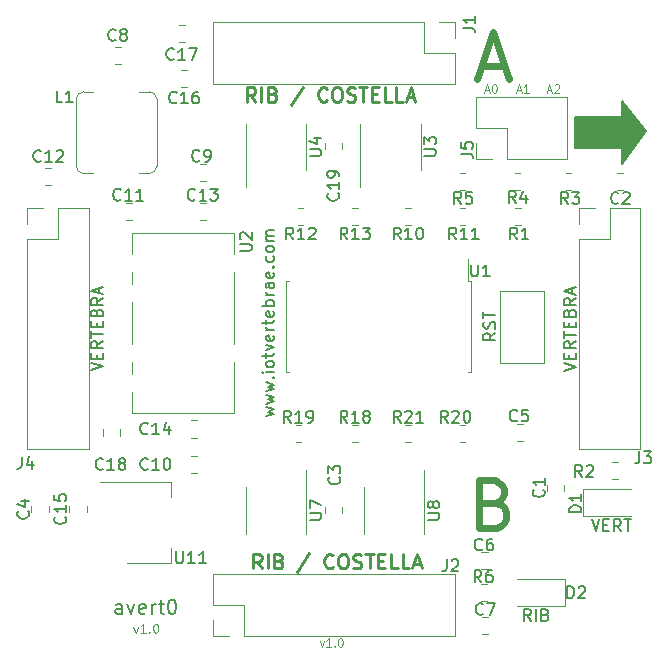
<source format=gbr>
%TF.GenerationSoftware,KiCad,Pcbnew,6.0.11+dfsg-1~bpo11+1*%
%TF.CreationDate,2023-04-06T12:14:25+02:00*%
%TF.ProjectId,avert_10,61766572-745f-4313-902e-6b696361645f,1.0*%
%TF.SameCoordinates,Original*%
%TF.FileFunction,Legend,Top*%
%TF.FilePolarity,Positive*%
%FSLAX46Y46*%
G04 Gerber Fmt 4.6, Leading zero omitted, Abs format (unit mm)*
G04 Created by KiCad (PCBNEW 6.0.11+dfsg-1~bpo11+1) date 2023-04-06 12:14:25*
%MOMM*%
%LPD*%
G01*
G04 APERTURE LIST*
%ADD10C,0.150000*%
%ADD11C,0.250000*%
%ADD12C,0.600000*%
%ADD13C,0.200000*%
%ADD14C,0.120000*%
%ADD15C,0.110000*%
G04 APERTURE END LIST*
D10*
G36*
X169400000Y-81800000D02*
G01*
X167400000Y-84600000D01*
X167400000Y-83200000D01*
X163400000Y-83200000D01*
X163400000Y-80600000D01*
X167400000Y-80600000D01*
X167400000Y-79200000D01*
X169400000Y-81800000D01*
G37*
X169400000Y-81800000D02*
X167400000Y-84600000D01*
X167400000Y-83200000D01*
X163400000Y-83200000D01*
X163400000Y-80600000D01*
X167400000Y-80600000D01*
X167400000Y-79200000D01*
X169400000Y-81800000D01*
X164833333Y-114652380D02*
X165166666Y-115652380D01*
X165500000Y-114652380D01*
X165833333Y-115128571D02*
X166166666Y-115128571D01*
X166309523Y-115652380D02*
X165833333Y-115652380D01*
X165833333Y-114652380D01*
X166309523Y-114652380D01*
X167309523Y-115652380D02*
X166976190Y-115176190D01*
X166738095Y-115652380D02*
X166738095Y-114652380D01*
X167119047Y-114652380D01*
X167214285Y-114700000D01*
X167261904Y-114747619D01*
X167309523Y-114842857D01*
X167309523Y-114985714D01*
X167261904Y-115080952D01*
X167214285Y-115128571D01*
X167119047Y-115176190D01*
X166738095Y-115176190D01*
X167595238Y-114652380D02*
X168166666Y-114652380D01*
X167880952Y-115652380D02*
X167880952Y-114652380D01*
D11*
X136367142Y-79272857D02*
X135967142Y-78701428D01*
X135681428Y-79272857D02*
X135681428Y-78072857D01*
X136138571Y-78072857D01*
X136252857Y-78130000D01*
X136310000Y-78187142D01*
X136367142Y-78301428D01*
X136367142Y-78472857D01*
X136310000Y-78587142D01*
X136252857Y-78644285D01*
X136138571Y-78701428D01*
X135681428Y-78701428D01*
X136881428Y-79272857D02*
X136881428Y-78072857D01*
X137852857Y-78644285D02*
X138024285Y-78701428D01*
X138081428Y-78758571D01*
X138138571Y-78872857D01*
X138138571Y-79044285D01*
X138081428Y-79158571D01*
X138024285Y-79215714D01*
X137910000Y-79272857D01*
X137452857Y-79272857D01*
X137452857Y-78072857D01*
X137852857Y-78072857D01*
X137967142Y-78130000D01*
X138024285Y-78187142D01*
X138081428Y-78301428D01*
X138081428Y-78415714D01*
X138024285Y-78530000D01*
X137967142Y-78587142D01*
X137852857Y-78644285D01*
X137452857Y-78644285D01*
X140424285Y-78015714D02*
X139395714Y-79558571D01*
X142424285Y-79158571D02*
X142367142Y-79215714D01*
X142195714Y-79272857D01*
X142081428Y-79272857D01*
X141910000Y-79215714D01*
X141795714Y-79101428D01*
X141738571Y-78987142D01*
X141681428Y-78758571D01*
X141681428Y-78587142D01*
X141738571Y-78358571D01*
X141795714Y-78244285D01*
X141910000Y-78130000D01*
X142081428Y-78072857D01*
X142195714Y-78072857D01*
X142367142Y-78130000D01*
X142424285Y-78187142D01*
X143167142Y-78072857D02*
X143395714Y-78072857D01*
X143510000Y-78130000D01*
X143624285Y-78244285D01*
X143681428Y-78472857D01*
X143681428Y-78872857D01*
X143624285Y-79101428D01*
X143510000Y-79215714D01*
X143395714Y-79272857D01*
X143167142Y-79272857D01*
X143052857Y-79215714D01*
X142938571Y-79101428D01*
X142881428Y-78872857D01*
X142881428Y-78472857D01*
X142938571Y-78244285D01*
X143052857Y-78130000D01*
X143167142Y-78072857D01*
X144138571Y-79215714D02*
X144310000Y-79272857D01*
X144595714Y-79272857D01*
X144710000Y-79215714D01*
X144767142Y-79158571D01*
X144824285Y-79044285D01*
X144824285Y-78930000D01*
X144767142Y-78815714D01*
X144710000Y-78758571D01*
X144595714Y-78701428D01*
X144367142Y-78644285D01*
X144252857Y-78587142D01*
X144195714Y-78530000D01*
X144138571Y-78415714D01*
X144138571Y-78301428D01*
X144195714Y-78187142D01*
X144252857Y-78130000D01*
X144367142Y-78072857D01*
X144652857Y-78072857D01*
X144824285Y-78130000D01*
X145167142Y-78072857D02*
X145852857Y-78072857D01*
X145510000Y-79272857D02*
X145510000Y-78072857D01*
X146252857Y-78644285D02*
X146652857Y-78644285D01*
X146824285Y-79272857D02*
X146252857Y-79272857D01*
X146252857Y-78072857D01*
X146824285Y-78072857D01*
X147910000Y-79272857D02*
X147338571Y-79272857D01*
X147338571Y-78072857D01*
X148881428Y-79272857D02*
X148310000Y-79272857D01*
X148310000Y-78072857D01*
X149224285Y-78930000D02*
X149795714Y-78930000D01*
X149110000Y-79272857D02*
X149510000Y-78072857D01*
X149910000Y-79272857D01*
D12*
X155527619Y-76236666D02*
X157432380Y-76236666D01*
X155146666Y-77379523D02*
X156480000Y-73379523D01*
X157813333Y-77379523D01*
D13*
X125080000Y-122652857D02*
X125080000Y-122024285D01*
X125022857Y-121910000D01*
X124908571Y-121852857D01*
X124680000Y-121852857D01*
X124565714Y-121910000D01*
X125080000Y-122595714D02*
X124965714Y-122652857D01*
X124680000Y-122652857D01*
X124565714Y-122595714D01*
X124508571Y-122481428D01*
X124508571Y-122367142D01*
X124565714Y-122252857D01*
X124680000Y-122195714D01*
X124965714Y-122195714D01*
X125080000Y-122138571D01*
X125537142Y-121852857D02*
X125822857Y-122652857D01*
X126108571Y-121852857D01*
X127022857Y-122595714D02*
X126908571Y-122652857D01*
X126680000Y-122652857D01*
X126565714Y-122595714D01*
X126508571Y-122481428D01*
X126508571Y-122024285D01*
X126565714Y-121910000D01*
X126680000Y-121852857D01*
X126908571Y-121852857D01*
X127022857Y-121910000D01*
X127080000Y-122024285D01*
X127080000Y-122138571D01*
X126508571Y-122252857D01*
X127594285Y-122652857D02*
X127594285Y-121852857D01*
X127594285Y-122081428D02*
X127651428Y-121967142D01*
X127708571Y-121910000D01*
X127822857Y-121852857D01*
X127937142Y-121852857D01*
X128165714Y-121852857D02*
X128622857Y-121852857D01*
X128337142Y-121452857D02*
X128337142Y-122481428D01*
X128394285Y-122595714D01*
X128508571Y-122652857D01*
X128622857Y-122652857D01*
X129251428Y-121452857D02*
X129365714Y-121452857D01*
X129480000Y-121510000D01*
X129537142Y-121567142D01*
X129594285Y-121681428D01*
X129651428Y-121910000D01*
X129651428Y-122195714D01*
X129594285Y-122424285D01*
X129537142Y-122538571D01*
X129480000Y-122595714D01*
X129365714Y-122652857D01*
X129251428Y-122652857D01*
X129137142Y-122595714D01*
X129080000Y-122538571D01*
X129022857Y-122424285D01*
X128965714Y-122195714D01*
X128965714Y-121910000D01*
X129022857Y-121681428D01*
X129080000Y-121567142D01*
X129137142Y-121510000D01*
X129251428Y-121452857D01*
D14*
X155800000Y-78316666D02*
X156133333Y-78316666D01*
X155733333Y-78516666D02*
X155966666Y-77816666D01*
X156200000Y-78516666D01*
X156566666Y-77816666D02*
X156633333Y-77816666D01*
X156700000Y-77850000D01*
X156733333Y-77883333D01*
X156766666Y-77950000D01*
X156800000Y-78083333D01*
X156800000Y-78250000D01*
X156766666Y-78383333D01*
X156733333Y-78450000D01*
X156700000Y-78483333D01*
X156633333Y-78516666D01*
X156566666Y-78516666D01*
X156500000Y-78483333D01*
X156466666Y-78450000D01*
X156433333Y-78383333D01*
X156400000Y-78250000D01*
X156400000Y-78083333D01*
X156433333Y-77950000D01*
X156466666Y-77883333D01*
X156500000Y-77850000D01*
X156566666Y-77816666D01*
X161100000Y-78316666D02*
X161433333Y-78316666D01*
X161033333Y-78516666D02*
X161266666Y-77816666D01*
X161500000Y-78516666D01*
X161700000Y-77883333D02*
X161733333Y-77850000D01*
X161800000Y-77816666D01*
X161966666Y-77816666D01*
X162033333Y-77850000D01*
X162066666Y-77883333D01*
X162100000Y-77950000D01*
X162100000Y-78016666D01*
X162066666Y-78116666D01*
X161666666Y-78516666D01*
X162100000Y-78516666D01*
D12*
X156635714Y-113254285D02*
X157207142Y-113444761D01*
X157397619Y-113635238D01*
X157588095Y-114016190D01*
X157588095Y-114587619D01*
X157397619Y-114968571D01*
X157207142Y-115159047D01*
X156826190Y-115349523D01*
X155302380Y-115349523D01*
X155302380Y-111349523D01*
X156635714Y-111349523D01*
X157016666Y-111540000D01*
X157207142Y-111730476D01*
X157397619Y-112111428D01*
X157397619Y-112492380D01*
X157207142Y-112873333D01*
X157016666Y-113063809D01*
X156635714Y-113254285D01*
X155302380Y-113254285D01*
D14*
X158500000Y-78316666D02*
X158833333Y-78316666D01*
X158433333Y-78516666D02*
X158666666Y-77816666D01*
X158900000Y-78516666D01*
X159500000Y-78516666D02*
X159100000Y-78516666D01*
X159300000Y-78516666D02*
X159300000Y-77816666D01*
X159233333Y-77916666D01*
X159166666Y-77983333D01*
X159100000Y-78016666D01*
D15*
X141800000Y-124950000D02*
X141966666Y-125416666D01*
X142133333Y-124950000D01*
X142766666Y-125416666D02*
X142366666Y-125416666D01*
X142566666Y-125416666D02*
X142566666Y-124716666D01*
X142500000Y-124816666D01*
X142433333Y-124883333D01*
X142366666Y-124916666D01*
X143066666Y-125350000D02*
X143100000Y-125383333D01*
X143066666Y-125416666D01*
X143033333Y-125383333D01*
X143066666Y-125350000D01*
X143066666Y-125416666D01*
X143533333Y-124716666D02*
X143600000Y-124716666D01*
X143666666Y-124750000D01*
X143700000Y-124783333D01*
X143733333Y-124850000D01*
X143766666Y-124983333D01*
X143766666Y-125150000D01*
X143733333Y-125283333D01*
X143700000Y-125350000D01*
X143666666Y-125383333D01*
X143600000Y-125416666D01*
X143533333Y-125416666D01*
X143466666Y-125383333D01*
X143433333Y-125350000D01*
X143400000Y-125283333D01*
X143366666Y-125150000D01*
X143366666Y-124983333D01*
X143400000Y-124850000D01*
X143433333Y-124783333D01*
X143466666Y-124750000D01*
X143533333Y-124716666D01*
D10*
X159671428Y-123252380D02*
X159338095Y-122776190D01*
X159100000Y-123252380D02*
X159100000Y-122252380D01*
X159480952Y-122252380D01*
X159576190Y-122300000D01*
X159623809Y-122347619D01*
X159671428Y-122442857D01*
X159671428Y-122585714D01*
X159623809Y-122680952D01*
X159576190Y-122728571D01*
X159480952Y-122776190D01*
X159100000Y-122776190D01*
X160100000Y-123252380D02*
X160100000Y-122252380D01*
X160909523Y-122728571D02*
X161052380Y-122776190D01*
X161100000Y-122823809D01*
X161147619Y-122919047D01*
X161147619Y-123061904D01*
X161100000Y-123157142D01*
X161052380Y-123204761D01*
X160957142Y-123252380D01*
X160576190Y-123252380D01*
X160576190Y-122252380D01*
X160909523Y-122252380D01*
X161004761Y-122300000D01*
X161052380Y-122347619D01*
X161100000Y-122442857D01*
X161100000Y-122538095D01*
X161052380Y-122633333D01*
X161004761Y-122680952D01*
X160909523Y-122728571D01*
X160576190Y-122728571D01*
D11*
X136887142Y-118792857D02*
X136487142Y-118221428D01*
X136201428Y-118792857D02*
X136201428Y-117592857D01*
X136658571Y-117592857D01*
X136772857Y-117650000D01*
X136830000Y-117707142D01*
X136887142Y-117821428D01*
X136887142Y-117992857D01*
X136830000Y-118107142D01*
X136772857Y-118164285D01*
X136658571Y-118221428D01*
X136201428Y-118221428D01*
X137401428Y-118792857D02*
X137401428Y-117592857D01*
X138372857Y-118164285D02*
X138544285Y-118221428D01*
X138601428Y-118278571D01*
X138658571Y-118392857D01*
X138658571Y-118564285D01*
X138601428Y-118678571D01*
X138544285Y-118735714D01*
X138430000Y-118792857D01*
X137972857Y-118792857D01*
X137972857Y-117592857D01*
X138372857Y-117592857D01*
X138487142Y-117650000D01*
X138544285Y-117707142D01*
X138601428Y-117821428D01*
X138601428Y-117935714D01*
X138544285Y-118050000D01*
X138487142Y-118107142D01*
X138372857Y-118164285D01*
X137972857Y-118164285D01*
X140944285Y-117535714D02*
X139915714Y-119078571D01*
X142944285Y-118678571D02*
X142887142Y-118735714D01*
X142715714Y-118792857D01*
X142601428Y-118792857D01*
X142430000Y-118735714D01*
X142315714Y-118621428D01*
X142258571Y-118507142D01*
X142201428Y-118278571D01*
X142201428Y-118107142D01*
X142258571Y-117878571D01*
X142315714Y-117764285D01*
X142430000Y-117650000D01*
X142601428Y-117592857D01*
X142715714Y-117592857D01*
X142887142Y-117650000D01*
X142944285Y-117707142D01*
X143687142Y-117592857D02*
X143915714Y-117592857D01*
X144030000Y-117650000D01*
X144144285Y-117764285D01*
X144201428Y-117992857D01*
X144201428Y-118392857D01*
X144144285Y-118621428D01*
X144030000Y-118735714D01*
X143915714Y-118792857D01*
X143687142Y-118792857D01*
X143572857Y-118735714D01*
X143458571Y-118621428D01*
X143401428Y-118392857D01*
X143401428Y-117992857D01*
X143458571Y-117764285D01*
X143572857Y-117650000D01*
X143687142Y-117592857D01*
X144658571Y-118735714D02*
X144830000Y-118792857D01*
X145115714Y-118792857D01*
X145230000Y-118735714D01*
X145287142Y-118678571D01*
X145344285Y-118564285D01*
X145344285Y-118450000D01*
X145287142Y-118335714D01*
X145230000Y-118278571D01*
X145115714Y-118221428D01*
X144887142Y-118164285D01*
X144772857Y-118107142D01*
X144715714Y-118050000D01*
X144658571Y-117935714D01*
X144658571Y-117821428D01*
X144715714Y-117707142D01*
X144772857Y-117650000D01*
X144887142Y-117592857D01*
X145172857Y-117592857D01*
X145344285Y-117650000D01*
X145687142Y-117592857D02*
X146372857Y-117592857D01*
X146030000Y-118792857D02*
X146030000Y-117592857D01*
X146772857Y-118164285D02*
X147172857Y-118164285D01*
X147344285Y-118792857D02*
X146772857Y-118792857D01*
X146772857Y-117592857D01*
X147344285Y-117592857D01*
X148430000Y-118792857D02*
X147858571Y-118792857D01*
X147858571Y-117592857D01*
X149401428Y-118792857D02*
X148830000Y-118792857D01*
X148830000Y-117592857D01*
X149744285Y-118450000D02*
X150315714Y-118450000D01*
X149630000Y-118792857D02*
X150030000Y-117592857D01*
X150430000Y-118792857D01*
D14*
X126038571Y-123739285D02*
X126217142Y-124239285D01*
X126395714Y-123739285D01*
X127074285Y-124239285D02*
X126645714Y-124239285D01*
X126860000Y-124239285D02*
X126860000Y-123489285D01*
X126788571Y-123596428D01*
X126717142Y-123667857D01*
X126645714Y-123703571D01*
X127395714Y-124167857D02*
X127431428Y-124203571D01*
X127395714Y-124239285D01*
X127360000Y-124203571D01*
X127395714Y-124167857D01*
X127395714Y-124239285D01*
X127895714Y-123489285D02*
X127967142Y-123489285D01*
X128038571Y-123525000D01*
X128074285Y-123560714D01*
X128110000Y-123632142D01*
X128145714Y-123775000D01*
X128145714Y-123953571D01*
X128110000Y-124096428D01*
X128074285Y-124167857D01*
X128038571Y-124203571D01*
X127967142Y-124239285D01*
X127895714Y-124239285D01*
X127824285Y-124203571D01*
X127788571Y-124167857D01*
X127752857Y-124096428D01*
X127717142Y-123953571D01*
X127717142Y-123775000D01*
X127752857Y-123632142D01*
X127788571Y-123560714D01*
X127824285Y-123525000D01*
X127895714Y-123489285D01*
D10*
X162482380Y-102057619D02*
X163482380Y-101724285D01*
X162482380Y-101390952D01*
X162958571Y-101057619D02*
X162958571Y-100724285D01*
X163482380Y-100581428D02*
X163482380Y-101057619D01*
X162482380Y-101057619D01*
X162482380Y-100581428D01*
X163482380Y-99581428D02*
X163006190Y-99914761D01*
X163482380Y-100152857D02*
X162482380Y-100152857D01*
X162482380Y-99771904D01*
X162530000Y-99676666D01*
X162577619Y-99629047D01*
X162672857Y-99581428D01*
X162815714Y-99581428D01*
X162910952Y-99629047D01*
X162958571Y-99676666D01*
X163006190Y-99771904D01*
X163006190Y-100152857D01*
X162482380Y-99295714D02*
X162482380Y-98724285D01*
X163482380Y-99010000D02*
X162482380Y-99010000D01*
X162958571Y-98390952D02*
X162958571Y-98057619D01*
X163482380Y-97914761D02*
X163482380Y-98390952D01*
X162482380Y-98390952D01*
X162482380Y-97914761D01*
X162958571Y-97152857D02*
X163006190Y-97010000D01*
X163053809Y-96962380D01*
X163149047Y-96914761D01*
X163291904Y-96914761D01*
X163387142Y-96962380D01*
X163434761Y-97010000D01*
X163482380Y-97105238D01*
X163482380Y-97486190D01*
X162482380Y-97486190D01*
X162482380Y-97152857D01*
X162530000Y-97057619D01*
X162577619Y-97010000D01*
X162672857Y-96962380D01*
X162768095Y-96962380D01*
X162863333Y-97010000D01*
X162910952Y-97057619D01*
X162958571Y-97152857D01*
X162958571Y-97486190D01*
X163482380Y-95914761D02*
X163006190Y-96248095D01*
X163482380Y-96486190D02*
X162482380Y-96486190D01*
X162482380Y-96105238D01*
X162530000Y-96010000D01*
X162577619Y-95962380D01*
X162672857Y-95914761D01*
X162815714Y-95914761D01*
X162910952Y-95962380D01*
X162958571Y-96010000D01*
X163006190Y-96105238D01*
X163006190Y-96486190D01*
X163196666Y-95533809D02*
X163196666Y-95057619D01*
X163482380Y-95629047D02*
X162482380Y-95295714D01*
X163482380Y-94962380D01*
X122442380Y-102037619D02*
X123442380Y-101704285D01*
X122442380Y-101370952D01*
X122918571Y-101037619D02*
X122918571Y-100704285D01*
X123442380Y-100561428D02*
X123442380Y-101037619D01*
X122442380Y-101037619D01*
X122442380Y-100561428D01*
X123442380Y-99561428D02*
X122966190Y-99894761D01*
X123442380Y-100132857D02*
X122442380Y-100132857D01*
X122442380Y-99751904D01*
X122490000Y-99656666D01*
X122537619Y-99609047D01*
X122632857Y-99561428D01*
X122775714Y-99561428D01*
X122870952Y-99609047D01*
X122918571Y-99656666D01*
X122966190Y-99751904D01*
X122966190Y-100132857D01*
X122442380Y-99275714D02*
X122442380Y-98704285D01*
X123442380Y-98990000D02*
X122442380Y-98990000D01*
X122918571Y-98370952D02*
X122918571Y-98037619D01*
X123442380Y-97894761D02*
X123442380Y-98370952D01*
X122442380Y-98370952D01*
X122442380Y-97894761D01*
X122918571Y-97132857D02*
X122966190Y-96990000D01*
X123013809Y-96942380D01*
X123109047Y-96894761D01*
X123251904Y-96894761D01*
X123347142Y-96942380D01*
X123394761Y-96990000D01*
X123442380Y-97085238D01*
X123442380Y-97466190D01*
X122442380Y-97466190D01*
X122442380Y-97132857D01*
X122490000Y-97037619D01*
X122537619Y-96990000D01*
X122632857Y-96942380D01*
X122728095Y-96942380D01*
X122823333Y-96990000D01*
X122870952Y-97037619D01*
X122918571Y-97132857D01*
X122918571Y-97466190D01*
X123442380Y-95894761D02*
X122966190Y-96228095D01*
X123442380Y-96466190D02*
X122442380Y-96466190D01*
X122442380Y-96085238D01*
X122490000Y-95990000D01*
X122537619Y-95942380D01*
X122632857Y-95894761D01*
X122775714Y-95894761D01*
X122870952Y-95942380D01*
X122918571Y-95990000D01*
X122966190Y-96085238D01*
X122966190Y-96466190D01*
X123156666Y-95513809D02*
X123156666Y-95037619D01*
X123442380Y-95609047D02*
X122442380Y-95275714D01*
X123442380Y-94942380D01*
X137265714Y-105904761D02*
X137932380Y-105714285D01*
X137456190Y-105523809D01*
X137932380Y-105333333D01*
X137265714Y-105142857D01*
X137265714Y-104857142D02*
X137932380Y-104666666D01*
X137456190Y-104476190D01*
X137932380Y-104285714D01*
X137265714Y-104095238D01*
X137265714Y-103809523D02*
X137932380Y-103619047D01*
X137456190Y-103428571D01*
X137932380Y-103238095D01*
X137265714Y-103047619D01*
X137837142Y-102666666D02*
X137884761Y-102619047D01*
X137932380Y-102666666D01*
X137884761Y-102714285D01*
X137837142Y-102666666D01*
X137932380Y-102666666D01*
X137932380Y-102190476D02*
X137265714Y-102190476D01*
X136932380Y-102190476D02*
X136980000Y-102238095D01*
X137027619Y-102190476D01*
X136980000Y-102142857D01*
X136932380Y-102190476D01*
X137027619Y-102190476D01*
X137932380Y-101571428D02*
X137884761Y-101666666D01*
X137837142Y-101714285D01*
X137741904Y-101761904D01*
X137456190Y-101761904D01*
X137360952Y-101714285D01*
X137313333Y-101666666D01*
X137265714Y-101571428D01*
X137265714Y-101428571D01*
X137313333Y-101333333D01*
X137360952Y-101285714D01*
X137456190Y-101238095D01*
X137741904Y-101238095D01*
X137837142Y-101285714D01*
X137884761Y-101333333D01*
X137932380Y-101428571D01*
X137932380Y-101571428D01*
X137265714Y-100952380D02*
X137265714Y-100571428D01*
X136932380Y-100809523D02*
X137789523Y-100809523D01*
X137884761Y-100761904D01*
X137932380Y-100666666D01*
X137932380Y-100571428D01*
X137265714Y-100333333D02*
X137932380Y-100095238D01*
X137265714Y-99857142D01*
X137884761Y-99095238D02*
X137932380Y-99190476D01*
X137932380Y-99380952D01*
X137884761Y-99476190D01*
X137789523Y-99523809D01*
X137408571Y-99523809D01*
X137313333Y-99476190D01*
X137265714Y-99380952D01*
X137265714Y-99190476D01*
X137313333Y-99095238D01*
X137408571Y-99047619D01*
X137503809Y-99047619D01*
X137599047Y-99523809D01*
X137932380Y-98619047D02*
X137265714Y-98619047D01*
X137456190Y-98619047D02*
X137360952Y-98571428D01*
X137313333Y-98523809D01*
X137265714Y-98428571D01*
X137265714Y-98333333D01*
X137265714Y-98142857D02*
X137265714Y-97761904D01*
X136932380Y-98000000D02*
X137789523Y-98000000D01*
X137884761Y-97952380D01*
X137932380Y-97857142D01*
X137932380Y-97761904D01*
X137884761Y-97047619D02*
X137932380Y-97142857D01*
X137932380Y-97333333D01*
X137884761Y-97428571D01*
X137789523Y-97476190D01*
X137408571Y-97476190D01*
X137313333Y-97428571D01*
X137265714Y-97333333D01*
X137265714Y-97142857D01*
X137313333Y-97047619D01*
X137408571Y-97000000D01*
X137503809Y-97000000D01*
X137599047Y-97476190D01*
X137932380Y-96571428D02*
X136932380Y-96571428D01*
X137313333Y-96571428D02*
X137265714Y-96476190D01*
X137265714Y-96285714D01*
X137313333Y-96190476D01*
X137360952Y-96142857D01*
X137456190Y-96095238D01*
X137741904Y-96095238D01*
X137837142Y-96142857D01*
X137884761Y-96190476D01*
X137932380Y-96285714D01*
X137932380Y-96476190D01*
X137884761Y-96571428D01*
X137932380Y-95666666D02*
X137265714Y-95666666D01*
X137456190Y-95666666D02*
X137360952Y-95619047D01*
X137313333Y-95571428D01*
X137265714Y-95476190D01*
X137265714Y-95380952D01*
X137932380Y-94619047D02*
X137408571Y-94619047D01*
X137313333Y-94666666D01*
X137265714Y-94761904D01*
X137265714Y-94952380D01*
X137313333Y-95047619D01*
X137884761Y-94619047D02*
X137932380Y-94714285D01*
X137932380Y-94952380D01*
X137884761Y-95047619D01*
X137789523Y-95095238D01*
X137694285Y-95095238D01*
X137599047Y-95047619D01*
X137551428Y-94952380D01*
X137551428Y-94714285D01*
X137503809Y-94619047D01*
X137884761Y-93761904D02*
X137932380Y-93857142D01*
X137932380Y-94047619D01*
X137884761Y-94142857D01*
X137789523Y-94190476D01*
X137408571Y-94190476D01*
X137313333Y-94142857D01*
X137265714Y-94047619D01*
X137265714Y-93857142D01*
X137313333Y-93761904D01*
X137408571Y-93714285D01*
X137503809Y-93714285D01*
X137599047Y-94190476D01*
X137837142Y-93285714D02*
X137884761Y-93238095D01*
X137932380Y-93285714D01*
X137884761Y-93333333D01*
X137837142Y-93285714D01*
X137932380Y-93285714D01*
X137884761Y-92380952D02*
X137932380Y-92476190D01*
X137932380Y-92666666D01*
X137884761Y-92761904D01*
X137837142Y-92809523D01*
X137741904Y-92857142D01*
X137456190Y-92857142D01*
X137360952Y-92809523D01*
X137313333Y-92761904D01*
X137265714Y-92666666D01*
X137265714Y-92476190D01*
X137313333Y-92380952D01*
X137932380Y-91809523D02*
X137884761Y-91904761D01*
X137837142Y-91952380D01*
X137741904Y-92000000D01*
X137456190Y-92000000D01*
X137360952Y-91952380D01*
X137313333Y-91904761D01*
X137265714Y-91809523D01*
X137265714Y-91666666D01*
X137313333Y-91571428D01*
X137360952Y-91523809D01*
X137456190Y-91476190D01*
X137741904Y-91476190D01*
X137837142Y-91523809D01*
X137884761Y-91571428D01*
X137932380Y-91666666D01*
X137932380Y-91809523D01*
X137932380Y-91047619D02*
X137265714Y-91047619D01*
X137360952Y-91047619D02*
X137313333Y-91000000D01*
X137265714Y-90904761D01*
X137265714Y-90761904D01*
X137313333Y-90666666D01*
X137408571Y-90619047D01*
X137932380Y-90619047D01*
X137408571Y-90619047D02*
X137313333Y-90571428D01*
X137265714Y-90476190D01*
X137265714Y-90333333D01*
X137313333Y-90238095D01*
X137408571Y-90190476D01*
X137932380Y-90190476D01*
%TO.C,C19*%
X143357142Y-87042857D02*
X143404761Y-87090476D01*
X143452380Y-87233333D01*
X143452380Y-87328571D01*
X143404761Y-87471428D01*
X143309523Y-87566666D01*
X143214285Y-87614285D01*
X143023809Y-87661904D01*
X142880952Y-87661904D01*
X142690476Y-87614285D01*
X142595238Y-87566666D01*
X142500000Y-87471428D01*
X142452380Y-87328571D01*
X142452380Y-87233333D01*
X142500000Y-87090476D01*
X142547619Y-87042857D01*
X143452380Y-86090476D02*
X143452380Y-86661904D01*
X143452380Y-86376190D02*
X142452380Y-86376190D01*
X142595238Y-86471428D01*
X142690476Y-86566666D01*
X142738095Y-86661904D01*
X143452380Y-85614285D02*
X143452380Y-85423809D01*
X143404761Y-85328571D01*
X143357142Y-85280952D01*
X143214285Y-85185714D01*
X143023809Y-85138095D01*
X142642857Y-85138095D01*
X142547619Y-85185714D01*
X142500000Y-85233333D01*
X142452380Y-85328571D01*
X142452380Y-85519047D01*
X142500000Y-85614285D01*
X142547619Y-85661904D01*
X142642857Y-85709523D01*
X142880952Y-85709523D01*
X142976190Y-85661904D01*
X143023809Y-85614285D01*
X143071428Y-85519047D01*
X143071428Y-85328571D01*
X143023809Y-85233333D01*
X142976190Y-85185714D01*
X142880952Y-85138095D01*
%TO.C,R6*%
X155503333Y-119972380D02*
X155170000Y-119496190D01*
X154931904Y-119972380D02*
X154931904Y-118972380D01*
X155312857Y-118972380D01*
X155408095Y-119020000D01*
X155455714Y-119067619D01*
X155503333Y-119162857D01*
X155503333Y-119305714D01*
X155455714Y-119400952D01*
X155408095Y-119448571D01*
X155312857Y-119496190D01*
X154931904Y-119496190D01*
X156360476Y-118972380D02*
X156170000Y-118972380D01*
X156074761Y-119020000D01*
X156027142Y-119067619D01*
X155931904Y-119210476D01*
X155884285Y-119400952D01*
X155884285Y-119781904D01*
X155931904Y-119877142D01*
X155979523Y-119924761D01*
X156074761Y-119972380D01*
X156265238Y-119972380D01*
X156360476Y-119924761D01*
X156408095Y-119877142D01*
X156455714Y-119781904D01*
X156455714Y-119543809D01*
X156408095Y-119448571D01*
X156360476Y-119400952D01*
X156265238Y-119353333D01*
X156074761Y-119353333D01*
X155979523Y-119400952D01*
X155931904Y-119448571D01*
X155884285Y-119543809D01*
%TO.C,C13*%
X131257142Y-87557142D02*
X131209523Y-87604761D01*
X131066666Y-87652380D01*
X130971428Y-87652380D01*
X130828571Y-87604761D01*
X130733333Y-87509523D01*
X130685714Y-87414285D01*
X130638095Y-87223809D01*
X130638095Y-87080952D01*
X130685714Y-86890476D01*
X130733333Y-86795238D01*
X130828571Y-86700000D01*
X130971428Y-86652380D01*
X131066666Y-86652380D01*
X131209523Y-86700000D01*
X131257142Y-86747619D01*
X132209523Y-87652380D02*
X131638095Y-87652380D01*
X131923809Y-87652380D02*
X131923809Y-86652380D01*
X131828571Y-86795238D01*
X131733333Y-86890476D01*
X131638095Y-86938095D01*
X132542857Y-86652380D02*
X133161904Y-86652380D01*
X132828571Y-87033333D01*
X132971428Y-87033333D01*
X133066666Y-87080952D01*
X133114285Y-87128571D01*
X133161904Y-87223809D01*
X133161904Y-87461904D01*
X133114285Y-87557142D01*
X133066666Y-87604761D01*
X132971428Y-87652380D01*
X132685714Y-87652380D01*
X132590476Y-87604761D01*
X132542857Y-87557142D01*
%TO.C,C4*%
X117117142Y-113956666D02*
X117164761Y-114004285D01*
X117212380Y-114147142D01*
X117212380Y-114242380D01*
X117164761Y-114385238D01*
X117069523Y-114480476D01*
X116974285Y-114528095D01*
X116783809Y-114575714D01*
X116640952Y-114575714D01*
X116450476Y-114528095D01*
X116355238Y-114480476D01*
X116260000Y-114385238D01*
X116212380Y-114242380D01*
X116212380Y-114147142D01*
X116260000Y-114004285D01*
X116307619Y-113956666D01*
X116545714Y-113099523D02*
X117212380Y-113099523D01*
X116164761Y-113337619D02*
X116879047Y-113575714D01*
X116879047Y-112956666D01*
%TO.C,J2*%
X152556666Y-118042380D02*
X152556666Y-118756666D01*
X152509047Y-118899523D01*
X152413809Y-118994761D01*
X152270952Y-119042380D01*
X152175714Y-119042380D01*
X152985238Y-118137619D02*
X153032857Y-118090000D01*
X153128095Y-118042380D01*
X153366190Y-118042380D01*
X153461428Y-118090000D01*
X153509047Y-118137619D01*
X153556666Y-118232857D01*
X153556666Y-118328095D01*
X153509047Y-118470952D01*
X152937619Y-119042380D01*
X153556666Y-119042380D01*
%TO.C,C16*%
X129694642Y-79337142D02*
X129647023Y-79384761D01*
X129504166Y-79432380D01*
X129408928Y-79432380D01*
X129266071Y-79384761D01*
X129170833Y-79289523D01*
X129123214Y-79194285D01*
X129075595Y-79003809D01*
X129075595Y-78860952D01*
X129123214Y-78670476D01*
X129170833Y-78575238D01*
X129266071Y-78480000D01*
X129408928Y-78432380D01*
X129504166Y-78432380D01*
X129647023Y-78480000D01*
X129694642Y-78527619D01*
X130647023Y-79432380D02*
X130075595Y-79432380D01*
X130361309Y-79432380D02*
X130361309Y-78432380D01*
X130266071Y-78575238D01*
X130170833Y-78670476D01*
X130075595Y-78718095D01*
X131504166Y-78432380D02*
X131313690Y-78432380D01*
X131218452Y-78480000D01*
X131170833Y-78527619D01*
X131075595Y-78670476D01*
X131027976Y-78860952D01*
X131027976Y-79241904D01*
X131075595Y-79337142D01*
X131123214Y-79384761D01*
X131218452Y-79432380D01*
X131408928Y-79432380D01*
X131504166Y-79384761D01*
X131551785Y-79337142D01*
X131599404Y-79241904D01*
X131599404Y-79003809D01*
X131551785Y-78908571D01*
X131504166Y-78860952D01*
X131408928Y-78813333D01*
X131218452Y-78813333D01*
X131123214Y-78860952D01*
X131075595Y-78908571D01*
X131027976Y-79003809D01*
%TO.C,J5*%
X153762380Y-83683333D02*
X154476666Y-83683333D01*
X154619523Y-83730952D01*
X154714761Y-83826190D01*
X154762380Y-83969047D01*
X154762380Y-84064285D01*
X153762380Y-82730952D02*
X153762380Y-83207142D01*
X154238571Y-83254761D01*
X154190952Y-83207142D01*
X154143333Y-83111904D01*
X154143333Y-82873809D01*
X154190952Y-82778571D01*
X154238571Y-82730952D01*
X154333809Y-82683333D01*
X154571904Y-82683333D01*
X154667142Y-82730952D01*
X154714761Y-82778571D01*
X154762380Y-82873809D01*
X154762380Y-83111904D01*
X154714761Y-83207142D01*
X154667142Y-83254761D01*
%TO.C,J3*%
X168876666Y-108902380D02*
X168876666Y-109616666D01*
X168829047Y-109759523D01*
X168733809Y-109854761D01*
X168590952Y-109902380D01*
X168495714Y-109902380D01*
X169257619Y-108902380D02*
X169876666Y-108902380D01*
X169543333Y-109283333D01*
X169686190Y-109283333D01*
X169781428Y-109330952D01*
X169829047Y-109378571D01*
X169876666Y-109473809D01*
X169876666Y-109711904D01*
X169829047Y-109807142D01*
X169781428Y-109854761D01*
X169686190Y-109902380D01*
X169400476Y-109902380D01*
X169305238Y-109854761D01*
X169257619Y-109807142D01*
%TO.C,R1*%
X158533333Y-90952380D02*
X158200000Y-90476190D01*
X157961904Y-90952380D02*
X157961904Y-89952380D01*
X158342857Y-89952380D01*
X158438095Y-90000000D01*
X158485714Y-90047619D01*
X158533333Y-90142857D01*
X158533333Y-90285714D01*
X158485714Y-90380952D01*
X158438095Y-90428571D01*
X158342857Y-90476190D01*
X157961904Y-90476190D01*
X159485714Y-90952380D02*
X158914285Y-90952380D01*
X159200000Y-90952380D02*
X159200000Y-89952380D01*
X159104761Y-90095238D01*
X159009523Y-90190476D01*
X158914285Y-90238095D01*
%TO.C,R5*%
X153783333Y-87922380D02*
X153450000Y-87446190D01*
X153211904Y-87922380D02*
X153211904Y-86922380D01*
X153592857Y-86922380D01*
X153688095Y-86970000D01*
X153735714Y-87017619D01*
X153783333Y-87112857D01*
X153783333Y-87255714D01*
X153735714Y-87350952D01*
X153688095Y-87398571D01*
X153592857Y-87446190D01*
X153211904Y-87446190D01*
X154688095Y-86922380D02*
X154211904Y-86922380D01*
X154164285Y-87398571D01*
X154211904Y-87350952D01*
X154307142Y-87303333D01*
X154545238Y-87303333D01*
X154640476Y-87350952D01*
X154688095Y-87398571D01*
X154735714Y-87493809D01*
X154735714Y-87731904D01*
X154688095Y-87827142D01*
X154640476Y-87874761D01*
X154545238Y-87922380D01*
X154307142Y-87922380D01*
X154211904Y-87874761D01*
X154164285Y-87827142D01*
%TO.C,C6*%
X155563333Y-117177142D02*
X155515714Y-117224761D01*
X155372857Y-117272380D01*
X155277619Y-117272380D01*
X155134761Y-117224761D01*
X155039523Y-117129523D01*
X154991904Y-117034285D01*
X154944285Y-116843809D01*
X154944285Y-116700952D01*
X154991904Y-116510476D01*
X155039523Y-116415238D01*
X155134761Y-116320000D01*
X155277619Y-116272380D01*
X155372857Y-116272380D01*
X155515714Y-116320000D01*
X155563333Y-116367619D01*
X156420476Y-116272380D02*
X156230000Y-116272380D01*
X156134761Y-116320000D01*
X156087142Y-116367619D01*
X155991904Y-116510476D01*
X155944285Y-116700952D01*
X155944285Y-117081904D01*
X155991904Y-117177142D01*
X156039523Y-117224761D01*
X156134761Y-117272380D01*
X156325238Y-117272380D01*
X156420476Y-117224761D01*
X156468095Y-117177142D01*
X156515714Y-117081904D01*
X156515714Y-116843809D01*
X156468095Y-116748571D01*
X156420476Y-116700952D01*
X156325238Y-116653333D01*
X156134761Y-116653333D01*
X156039523Y-116700952D01*
X155991904Y-116748571D01*
X155944285Y-116843809D01*
%TO.C,C1*%
X160757142Y-112129166D02*
X160804761Y-112176785D01*
X160852380Y-112319642D01*
X160852380Y-112414880D01*
X160804761Y-112557738D01*
X160709523Y-112652976D01*
X160614285Y-112700595D01*
X160423809Y-112748214D01*
X160280952Y-112748214D01*
X160090476Y-112700595D01*
X159995238Y-112652976D01*
X159900000Y-112557738D01*
X159852380Y-112414880D01*
X159852380Y-112319642D01*
X159900000Y-112176785D01*
X159947619Y-112129166D01*
X160852380Y-111176785D02*
X160852380Y-111748214D01*
X160852380Y-111462500D02*
X159852380Y-111462500D01*
X159995238Y-111557738D01*
X160090476Y-111652976D01*
X160138095Y-111748214D01*
%TO.C,U3*%
X150652380Y-83861904D02*
X151461904Y-83861904D01*
X151557142Y-83814285D01*
X151604761Y-83766666D01*
X151652380Y-83671428D01*
X151652380Y-83480952D01*
X151604761Y-83385714D01*
X151557142Y-83338095D01*
X151461904Y-83290476D01*
X150652380Y-83290476D01*
X150652380Y-82909523D02*
X150652380Y-82290476D01*
X151033333Y-82623809D01*
X151033333Y-82480952D01*
X151080952Y-82385714D01*
X151128571Y-82338095D01*
X151223809Y-82290476D01*
X151461904Y-82290476D01*
X151557142Y-82338095D01*
X151604761Y-82385714D01*
X151652380Y-82480952D01*
X151652380Y-82766666D01*
X151604761Y-82861904D01*
X151557142Y-82909523D01*
%TO.C,R20*%
X152657142Y-106452380D02*
X152323809Y-105976190D01*
X152085714Y-106452380D02*
X152085714Y-105452380D01*
X152466666Y-105452380D01*
X152561904Y-105500000D01*
X152609523Y-105547619D01*
X152657142Y-105642857D01*
X152657142Y-105785714D01*
X152609523Y-105880952D01*
X152561904Y-105928571D01*
X152466666Y-105976190D01*
X152085714Y-105976190D01*
X153038095Y-105547619D02*
X153085714Y-105500000D01*
X153180952Y-105452380D01*
X153419047Y-105452380D01*
X153514285Y-105500000D01*
X153561904Y-105547619D01*
X153609523Y-105642857D01*
X153609523Y-105738095D01*
X153561904Y-105880952D01*
X152990476Y-106452380D01*
X153609523Y-106452380D01*
X154228571Y-105452380D02*
X154323809Y-105452380D01*
X154419047Y-105500000D01*
X154466666Y-105547619D01*
X154514285Y-105642857D01*
X154561904Y-105833333D01*
X154561904Y-106071428D01*
X154514285Y-106261904D01*
X154466666Y-106357142D01*
X154419047Y-106404761D01*
X154323809Y-106452380D01*
X154228571Y-106452380D01*
X154133333Y-106404761D01*
X154085714Y-106357142D01*
X154038095Y-106261904D01*
X153990476Y-106071428D01*
X153990476Y-105833333D01*
X154038095Y-105642857D01*
X154085714Y-105547619D01*
X154133333Y-105500000D01*
X154228571Y-105452380D01*
%TO.C,C3*%
X143457142Y-111066666D02*
X143504761Y-111114285D01*
X143552380Y-111257142D01*
X143552380Y-111352380D01*
X143504761Y-111495238D01*
X143409523Y-111590476D01*
X143314285Y-111638095D01*
X143123809Y-111685714D01*
X142980952Y-111685714D01*
X142790476Y-111638095D01*
X142695238Y-111590476D01*
X142600000Y-111495238D01*
X142552380Y-111352380D01*
X142552380Y-111257142D01*
X142600000Y-111114285D01*
X142647619Y-111066666D01*
X142552380Y-110733333D02*
X142552380Y-110114285D01*
X142933333Y-110447619D01*
X142933333Y-110304761D01*
X142980952Y-110209523D01*
X143028571Y-110161904D01*
X143123809Y-110114285D01*
X143361904Y-110114285D01*
X143457142Y-110161904D01*
X143504761Y-110209523D01*
X143552380Y-110304761D01*
X143552380Y-110590476D01*
X143504761Y-110685714D01*
X143457142Y-110733333D01*
%TO.C,R11*%
X153357142Y-90952380D02*
X153023809Y-90476190D01*
X152785714Y-90952380D02*
X152785714Y-89952380D01*
X153166666Y-89952380D01*
X153261904Y-90000000D01*
X153309523Y-90047619D01*
X153357142Y-90142857D01*
X153357142Y-90285714D01*
X153309523Y-90380952D01*
X153261904Y-90428571D01*
X153166666Y-90476190D01*
X152785714Y-90476190D01*
X154309523Y-90952380D02*
X153738095Y-90952380D01*
X154023809Y-90952380D02*
X154023809Y-89952380D01*
X153928571Y-90095238D01*
X153833333Y-90190476D01*
X153738095Y-90238095D01*
X155261904Y-90952380D02*
X154690476Y-90952380D01*
X154976190Y-90952380D02*
X154976190Y-89952380D01*
X154880952Y-90095238D01*
X154785714Y-90190476D01*
X154690476Y-90238095D01*
%TO.C,J1*%
X153972380Y-73043333D02*
X154686666Y-73043333D01*
X154829523Y-73090952D01*
X154924761Y-73186190D01*
X154972380Y-73329047D01*
X154972380Y-73424285D01*
X154972380Y-72043333D02*
X154972380Y-72614761D01*
X154972380Y-72329047D02*
X153972380Y-72329047D01*
X154115238Y-72424285D01*
X154210476Y-72519523D01*
X154258095Y-72614761D01*
%TO.C,R19*%
X139357142Y-106452380D02*
X139023809Y-105976190D01*
X138785714Y-106452380D02*
X138785714Y-105452380D01*
X139166666Y-105452380D01*
X139261904Y-105500000D01*
X139309523Y-105547619D01*
X139357142Y-105642857D01*
X139357142Y-105785714D01*
X139309523Y-105880952D01*
X139261904Y-105928571D01*
X139166666Y-105976190D01*
X138785714Y-105976190D01*
X140309523Y-106452380D02*
X139738095Y-106452380D01*
X140023809Y-106452380D02*
X140023809Y-105452380D01*
X139928571Y-105595238D01*
X139833333Y-105690476D01*
X139738095Y-105738095D01*
X140785714Y-106452380D02*
X140976190Y-106452380D01*
X141071428Y-106404761D01*
X141119047Y-106357142D01*
X141214285Y-106214285D01*
X141261904Y-106023809D01*
X141261904Y-105642857D01*
X141214285Y-105547619D01*
X141166666Y-105500000D01*
X141071428Y-105452380D01*
X140880952Y-105452380D01*
X140785714Y-105500000D01*
X140738095Y-105547619D01*
X140690476Y-105642857D01*
X140690476Y-105880952D01*
X140738095Y-105976190D01*
X140785714Y-106023809D01*
X140880952Y-106071428D01*
X141071428Y-106071428D01*
X141166666Y-106023809D01*
X141214285Y-105976190D01*
X141261904Y-105880952D01*
%TO.C,U1*%
X154628095Y-93072380D02*
X154628095Y-93881904D01*
X154675714Y-93977142D01*
X154723333Y-94024761D01*
X154818571Y-94072380D01*
X155009047Y-94072380D01*
X155104285Y-94024761D01*
X155151904Y-93977142D01*
X155199523Y-93881904D01*
X155199523Y-93072380D01*
X156199523Y-94072380D02*
X155628095Y-94072380D01*
X155913809Y-94072380D02*
X155913809Y-93072380D01*
X155818571Y-93215238D01*
X155723333Y-93310476D01*
X155628095Y-93358095D01*
%TO.C,C12*%
X118194642Y-84277142D02*
X118147023Y-84324761D01*
X118004166Y-84372380D01*
X117908928Y-84372380D01*
X117766071Y-84324761D01*
X117670833Y-84229523D01*
X117623214Y-84134285D01*
X117575595Y-83943809D01*
X117575595Y-83800952D01*
X117623214Y-83610476D01*
X117670833Y-83515238D01*
X117766071Y-83420000D01*
X117908928Y-83372380D01*
X118004166Y-83372380D01*
X118147023Y-83420000D01*
X118194642Y-83467619D01*
X119147023Y-84372380D02*
X118575595Y-84372380D01*
X118861309Y-84372380D02*
X118861309Y-83372380D01*
X118766071Y-83515238D01*
X118670833Y-83610476D01*
X118575595Y-83658095D01*
X119527976Y-83467619D02*
X119575595Y-83420000D01*
X119670833Y-83372380D01*
X119908928Y-83372380D01*
X120004166Y-83420000D01*
X120051785Y-83467619D01*
X120099404Y-83562857D01*
X120099404Y-83658095D01*
X120051785Y-83800952D01*
X119480357Y-84372380D01*
X120099404Y-84372380D01*
%TO.C,U7*%
X140952380Y-114661904D02*
X141761904Y-114661904D01*
X141857142Y-114614285D01*
X141904761Y-114566666D01*
X141952380Y-114471428D01*
X141952380Y-114280952D01*
X141904761Y-114185714D01*
X141857142Y-114138095D01*
X141761904Y-114090476D01*
X140952380Y-114090476D01*
X140952380Y-113709523D02*
X140952380Y-113042857D01*
X141952380Y-113471428D01*
%TO.C,D2*%
X162781904Y-121322380D02*
X162781904Y-120322380D01*
X163020000Y-120322380D01*
X163162857Y-120370000D01*
X163258095Y-120465238D01*
X163305714Y-120560476D01*
X163353333Y-120750952D01*
X163353333Y-120893809D01*
X163305714Y-121084285D01*
X163258095Y-121179523D01*
X163162857Y-121274761D01*
X163020000Y-121322380D01*
X162781904Y-121322380D01*
X163734285Y-120417619D02*
X163781904Y-120370000D01*
X163877142Y-120322380D01*
X164115238Y-120322380D01*
X164210476Y-120370000D01*
X164258095Y-120417619D01*
X164305714Y-120512857D01*
X164305714Y-120608095D01*
X164258095Y-120750952D01*
X163686666Y-121322380D01*
X164305714Y-121322380D01*
%TO.C,C14*%
X127257142Y-107357142D02*
X127209523Y-107404761D01*
X127066666Y-107452380D01*
X126971428Y-107452380D01*
X126828571Y-107404761D01*
X126733333Y-107309523D01*
X126685714Y-107214285D01*
X126638095Y-107023809D01*
X126638095Y-106880952D01*
X126685714Y-106690476D01*
X126733333Y-106595238D01*
X126828571Y-106500000D01*
X126971428Y-106452380D01*
X127066666Y-106452380D01*
X127209523Y-106500000D01*
X127257142Y-106547619D01*
X128209523Y-107452380D02*
X127638095Y-107452380D01*
X127923809Y-107452380D02*
X127923809Y-106452380D01*
X127828571Y-106595238D01*
X127733333Y-106690476D01*
X127638095Y-106738095D01*
X129066666Y-106785714D02*
X129066666Y-107452380D01*
X128828571Y-106404761D02*
X128590476Y-107119047D01*
X129209523Y-107119047D01*
%TO.C,U11*%
X129661904Y-117352380D02*
X129661904Y-118161904D01*
X129709523Y-118257142D01*
X129757142Y-118304761D01*
X129852380Y-118352380D01*
X130042857Y-118352380D01*
X130138095Y-118304761D01*
X130185714Y-118257142D01*
X130233333Y-118161904D01*
X130233333Y-117352380D01*
X131233333Y-118352380D02*
X130661904Y-118352380D01*
X130947619Y-118352380D02*
X130947619Y-117352380D01*
X130852380Y-117495238D01*
X130757142Y-117590476D01*
X130661904Y-117638095D01*
X132185714Y-118352380D02*
X131614285Y-118352380D01*
X131900000Y-118352380D02*
X131900000Y-117352380D01*
X131804761Y-117495238D01*
X131709523Y-117590476D01*
X131614285Y-117638095D01*
%TO.C,C17*%
X129457142Y-75657142D02*
X129409523Y-75704761D01*
X129266666Y-75752380D01*
X129171428Y-75752380D01*
X129028571Y-75704761D01*
X128933333Y-75609523D01*
X128885714Y-75514285D01*
X128838095Y-75323809D01*
X128838095Y-75180952D01*
X128885714Y-74990476D01*
X128933333Y-74895238D01*
X129028571Y-74800000D01*
X129171428Y-74752380D01*
X129266666Y-74752380D01*
X129409523Y-74800000D01*
X129457142Y-74847619D01*
X130409523Y-75752380D02*
X129838095Y-75752380D01*
X130123809Y-75752380D02*
X130123809Y-74752380D01*
X130028571Y-74895238D01*
X129933333Y-74990476D01*
X129838095Y-75038095D01*
X130742857Y-74752380D02*
X131409523Y-74752380D01*
X130980952Y-75752380D01*
%TO.C,C2*%
X167100833Y-87857142D02*
X167053214Y-87904761D01*
X166910357Y-87952380D01*
X166815119Y-87952380D01*
X166672261Y-87904761D01*
X166577023Y-87809523D01*
X166529404Y-87714285D01*
X166481785Y-87523809D01*
X166481785Y-87380952D01*
X166529404Y-87190476D01*
X166577023Y-87095238D01*
X166672261Y-87000000D01*
X166815119Y-86952380D01*
X166910357Y-86952380D01*
X167053214Y-87000000D01*
X167100833Y-87047619D01*
X167481785Y-87047619D02*
X167529404Y-87000000D01*
X167624642Y-86952380D01*
X167862738Y-86952380D01*
X167957976Y-87000000D01*
X168005595Y-87047619D01*
X168053214Y-87142857D01*
X168053214Y-87238095D01*
X168005595Y-87380952D01*
X167434166Y-87952380D01*
X168053214Y-87952380D01*
%TO.C,C5*%
X158533333Y-106257142D02*
X158485714Y-106304761D01*
X158342857Y-106352380D01*
X158247619Y-106352380D01*
X158104761Y-106304761D01*
X158009523Y-106209523D01*
X157961904Y-106114285D01*
X157914285Y-105923809D01*
X157914285Y-105780952D01*
X157961904Y-105590476D01*
X158009523Y-105495238D01*
X158104761Y-105400000D01*
X158247619Y-105352380D01*
X158342857Y-105352380D01*
X158485714Y-105400000D01*
X158533333Y-105447619D01*
X159438095Y-105352380D02*
X158961904Y-105352380D01*
X158914285Y-105828571D01*
X158961904Y-105780952D01*
X159057142Y-105733333D01*
X159295238Y-105733333D01*
X159390476Y-105780952D01*
X159438095Y-105828571D01*
X159485714Y-105923809D01*
X159485714Y-106161904D01*
X159438095Y-106257142D01*
X159390476Y-106304761D01*
X159295238Y-106352380D01*
X159057142Y-106352380D01*
X158961904Y-106304761D01*
X158914285Y-106257142D01*
%TO.C,R13*%
X144157142Y-90952380D02*
X143823809Y-90476190D01*
X143585714Y-90952380D02*
X143585714Y-89952380D01*
X143966666Y-89952380D01*
X144061904Y-90000000D01*
X144109523Y-90047619D01*
X144157142Y-90142857D01*
X144157142Y-90285714D01*
X144109523Y-90380952D01*
X144061904Y-90428571D01*
X143966666Y-90476190D01*
X143585714Y-90476190D01*
X145109523Y-90952380D02*
X144538095Y-90952380D01*
X144823809Y-90952380D02*
X144823809Y-89952380D01*
X144728571Y-90095238D01*
X144633333Y-90190476D01*
X144538095Y-90238095D01*
X145442857Y-89952380D02*
X146061904Y-89952380D01*
X145728571Y-90333333D01*
X145871428Y-90333333D01*
X145966666Y-90380952D01*
X146014285Y-90428571D01*
X146061904Y-90523809D01*
X146061904Y-90761904D01*
X146014285Y-90857142D01*
X145966666Y-90904761D01*
X145871428Y-90952380D01*
X145585714Y-90952380D01*
X145490476Y-90904761D01*
X145442857Y-90857142D01*
%TO.C,C9*%
X131633333Y-84257142D02*
X131585714Y-84304761D01*
X131442857Y-84352380D01*
X131347619Y-84352380D01*
X131204761Y-84304761D01*
X131109523Y-84209523D01*
X131061904Y-84114285D01*
X131014285Y-83923809D01*
X131014285Y-83780952D01*
X131061904Y-83590476D01*
X131109523Y-83495238D01*
X131204761Y-83400000D01*
X131347619Y-83352380D01*
X131442857Y-83352380D01*
X131585714Y-83400000D01*
X131633333Y-83447619D01*
X132109523Y-84352380D02*
X132300000Y-84352380D01*
X132395238Y-84304761D01*
X132442857Y-84257142D01*
X132538095Y-84114285D01*
X132585714Y-83923809D01*
X132585714Y-83542857D01*
X132538095Y-83447619D01*
X132490476Y-83400000D01*
X132395238Y-83352380D01*
X132204761Y-83352380D01*
X132109523Y-83400000D01*
X132061904Y-83447619D01*
X132014285Y-83542857D01*
X132014285Y-83780952D01*
X132061904Y-83876190D01*
X132109523Y-83923809D01*
X132204761Y-83971428D01*
X132395238Y-83971428D01*
X132490476Y-83923809D01*
X132538095Y-83876190D01*
X132585714Y-83780952D01*
%TO.C,C18*%
X123457142Y-110357142D02*
X123409523Y-110404761D01*
X123266666Y-110452380D01*
X123171428Y-110452380D01*
X123028571Y-110404761D01*
X122933333Y-110309523D01*
X122885714Y-110214285D01*
X122838095Y-110023809D01*
X122838095Y-109880952D01*
X122885714Y-109690476D01*
X122933333Y-109595238D01*
X123028571Y-109500000D01*
X123171428Y-109452380D01*
X123266666Y-109452380D01*
X123409523Y-109500000D01*
X123457142Y-109547619D01*
X124409523Y-110452380D02*
X123838095Y-110452380D01*
X124123809Y-110452380D02*
X124123809Y-109452380D01*
X124028571Y-109595238D01*
X123933333Y-109690476D01*
X123838095Y-109738095D01*
X124980952Y-109880952D02*
X124885714Y-109833333D01*
X124838095Y-109785714D01*
X124790476Y-109690476D01*
X124790476Y-109642857D01*
X124838095Y-109547619D01*
X124885714Y-109500000D01*
X124980952Y-109452380D01*
X125171428Y-109452380D01*
X125266666Y-109500000D01*
X125314285Y-109547619D01*
X125361904Y-109642857D01*
X125361904Y-109690476D01*
X125314285Y-109785714D01*
X125266666Y-109833333D01*
X125171428Y-109880952D01*
X124980952Y-109880952D01*
X124885714Y-109928571D01*
X124838095Y-109976190D01*
X124790476Y-110071428D01*
X124790476Y-110261904D01*
X124838095Y-110357142D01*
X124885714Y-110404761D01*
X124980952Y-110452380D01*
X125171428Y-110452380D01*
X125266666Y-110404761D01*
X125314285Y-110357142D01*
X125361904Y-110261904D01*
X125361904Y-110071428D01*
X125314285Y-109976190D01*
X125266666Y-109928571D01*
X125171428Y-109880952D01*
%TO.C,J4*%
X116566666Y-109352380D02*
X116566666Y-110066666D01*
X116519047Y-110209523D01*
X116423809Y-110304761D01*
X116280952Y-110352380D01*
X116185714Y-110352380D01*
X117471428Y-109685714D02*
X117471428Y-110352380D01*
X117233333Y-109304761D02*
X116995238Y-110019047D01*
X117614285Y-110019047D01*
%TO.C,C11*%
X124957142Y-87557142D02*
X124909523Y-87604761D01*
X124766666Y-87652380D01*
X124671428Y-87652380D01*
X124528571Y-87604761D01*
X124433333Y-87509523D01*
X124385714Y-87414285D01*
X124338095Y-87223809D01*
X124338095Y-87080952D01*
X124385714Y-86890476D01*
X124433333Y-86795238D01*
X124528571Y-86700000D01*
X124671428Y-86652380D01*
X124766666Y-86652380D01*
X124909523Y-86700000D01*
X124957142Y-86747619D01*
X125909523Y-87652380D02*
X125338095Y-87652380D01*
X125623809Y-87652380D02*
X125623809Y-86652380D01*
X125528571Y-86795238D01*
X125433333Y-86890476D01*
X125338095Y-86938095D01*
X126861904Y-87652380D02*
X126290476Y-87652380D01*
X126576190Y-87652380D02*
X126576190Y-86652380D01*
X126480952Y-86795238D01*
X126385714Y-86890476D01*
X126290476Y-86938095D01*
%TO.C,L1*%
X120033333Y-79352380D02*
X119557142Y-79352380D01*
X119557142Y-78352380D01*
X120890476Y-79352380D02*
X120319047Y-79352380D01*
X120604761Y-79352380D02*
X120604761Y-78352380D01*
X120509523Y-78495238D01*
X120414285Y-78590476D01*
X120319047Y-78638095D01*
%TO.C,R2*%
X164033333Y-111052380D02*
X163700000Y-110576190D01*
X163461904Y-111052380D02*
X163461904Y-110052380D01*
X163842857Y-110052380D01*
X163938095Y-110100000D01*
X163985714Y-110147619D01*
X164033333Y-110242857D01*
X164033333Y-110385714D01*
X163985714Y-110480952D01*
X163938095Y-110528571D01*
X163842857Y-110576190D01*
X163461904Y-110576190D01*
X164414285Y-110147619D02*
X164461904Y-110100000D01*
X164557142Y-110052380D01*
X164795238Y-110052380D01*
X164890476Y-110100000D01*
X164938095Y-110147619D01*
X164985714Y-110242857D01*
X164985714Y-110338095D01*
X164938095Y-110480952D01*
X164366666Y-111052380D01*
X164985714Y-111052380D01*
%TO.C,R10*%
X148657142Y-90952380D02*
X148323809Y-90476190D01*
X148085714Y-90952380D02*
X148085714Y-89952380D01*
X148466666Y-89952380D01*
X148561904Y-90000000D01*
X148609523Y-90047619D01*
X148657142Y-90142857D01*
X148657142Y-90285714D01*
X148609523Y-90380952D01*
X148561904Y-90428571D01*
X148466666Y-90476190D01*
X148085714Y-90476190D01*
X149609523Y-90952380D02*
X149038095Y-90952380D01*
X149323809Y-90952380D02*
X149323809Y-89952380D01*
X149228571Y-90095238D01*
X149133333Y-90190476D01*
X149038095Y-90238095D01*
X150228571Y-89952380D02*
X150323809Y-89952380D01*
X150419047Y-90000000D01*
X150466666Y-90047619D01*
X150514285Y-90142857D01*
X150561904Y-90333333D01*
X150561904Y-90571428D01*
X150514285Y-90761904D01*
X150466666Y-90857142D01*
X150419047Y-90904761D01*
X150323809Y-90952380D01*
X150228571Y-90952380D01*
X150133333Y-90904761D01*
X150085714Y-90857142D01*
X150038095Y-90761904D01*
X149990476Y-90571428D01*
X149990476Y-90333333D01*
X150038095Y-90142857D01*
X150085714Y-90047619D01*
X150133333Y-90000000D01*
X150228571Y-89952380D01*
%TO.C,C8*%
X124533333Y-74057142D02*
X124485714Y-74104761D01*
X124342857Y-74152380D01*
X124247619Y-74152380D01*
X124104761Y-74104761D01*
X124009523Y-74009523D01*
X123961904Y-73914285D01*
X123914285Y-73723809D01*
X123914285Y-73580952D01*
X123961904Y-73390476D01*
X124009523Y-73295238D01*
X124104761Y-73200000D01*
X124247619Y-73152380D01*
X124342857Y-73152380D01*
X124485714Y-73200000D01*
X124533333Y-73247619D01*
X125104761Y-73580952D02*
X125009523Y-73533333D01*
X124961904Y-73485714D01*
X124914285Y-73390476D01*
X124914285Y-73342857D01*
X124961904Y-73247619D01*
X125009523Y-73200000D01*
X125104761Y-73152380D01*
X125295238Y-73152380D01*
X125390476Y-73200000D01*
X125438095Y-73247619D01*
X125485714Y-73342857D01*
X125485714Y-73390476D01*
X125438095Y-73485714D01*
X125390476Y-73533333D01*
X125295238Y-73580952D01*
X125104761Y-73580952D01*
X125009523Y-73628571D01*
X124961904Y-73676190D01*
X124914285Y-73771428D01*
X124914285Y-73961904D01*
X124961904Y-74057142D01*
X125009523Y-74104761D01*
X125104761Y-74152380D01*
X125295238Y-74152380D01*
X125390476Y-74104761D01*
X125438095Y-74057142D01*
X125485714Y-73961904D01*
X125485714Y-73771428D01*
X125438095Y-73676190D01*
X125390476Y-73628571D01*
X125295238Y-73580952D01*
%TO.C,R21*%
X148657142Y-106452380D02*
X148323809Y-105976190D01*
X148085714Y-106452380D02*
X148085714Y-105452380D01*
X148466666Y-105452380D01*
X148561904Y-105500000D01*
X148609523Y-105547619D01*
X148657142Y-105642857D01*
X148657142Y-105785714D01*
X148609523Y-105880952D01*
X148561904Y-105928571D01*
X148466666Y-105976190D01*
X148085714Y-105976190D01*
X149038095Y-105547619D02*
X149085714Y-105500000D01*
X149180952Y-105452380D01*
X149419047Y-105452380D01*
X149514285Y-105500000D01*
X149561904Y-105547619D01*
X149609523Y-105642857D01*
X149609523Y-105738095D01*
X149561904Y-105880952D01*
X148990476Y-106452380D01*
X149609523Y-106452380D01*
X150561904Y-106452380D02*
X149990476Y-106452380D01*
X150276190Y-106452380D02*
X150276190Y-105452380D01*
X150180952Y-105595238D01*
X150085714Y-105690476D01*
X149990476Y-105738095D01*
%TO.C,U2*%
X135042380Y-91921904D02*
X135851904Y-91921904D01*
X135947142Y-91874285D01*
X135994761Y-91826666D01*
X136042380Y-91731428D01*
X136042380Y-91540952D01*
X135994761Y-91445714D01*
X135947142Y-91398095D01*
X135851904Y-91350476D01*
X135042380Y-91350476D01*
X135137619Y-90921904D02*
X135090000Y-90874285D01*
X135042380Y-90779047D01*
X135042380Y-90540952D01*
X135090000Y-90445714D01*
X135137619Y-90398095D01*
X135232857Y-90350476D01*
X135328095Y-90350476D01*
X135470952Y-90398095D01*
X136042380Y-90969523D01*
X136042380Y-90350476D01*
%TO.C,C15*%
X120247142Y-114412857D02*
X120294761Y-114460476D01*
X120342380Y-114603333D01*
X120342380Y-114698571D01*
X120294761Y-114841428D01*
X120199523Y-114936666D01*
X120104285Y-114984285D01*
X119913809Y-115031904D01*
X119770952Y-115031904D01*
X119580476Y-114984285D01*
X119485238Y-114936666D01*
X119390000Y-114841428D01*
X119342380Y-114698571D01*
X119342380Y-114603333D01*
X119390000Y-114460476D01*
X119437619Y-114412857D01*
X120342380Y-113460476D02*
X120342380Y-114031904D01*
X120342380Y-113746190D02*
X119342380Y-113746190D01*
X119485238Y-113841428D01*
X119580476Y-113936666D01*
X119628095Y-114031904D01*
X119342380Y-112555714D02*
X119342380Y-113031904D01*
X119818571Y-113079523D01*
X119770952Y-113031904D01*
X119723333Y-112936666D01*
X119723333Y-112698571D01*
X119770952Y-112603333D01*
X119818571Y-112555714D01*
X119913809Y-112508095D01*
X120151904Y-112508095D01*
X120247142Y-112555714D01*
X120294761Y-112603333D01*
X120342380Y-112698571D01*
X120342380Y-112936666D01*
X120294761Y-113031904D01*
X120247142Y-113079523D01*
%TO.C,C10*%
X127257142Y-110357142D02*
X127209523Y-110404761D01*
X127066666Y-110452380D01*
X126971428Y-110452380D01*
X126828571Y-110404761D01*
X126733333Y-110309523D01*
X126685714Y-110214285D01*
X126638095Y-110023809D01*
X126638095Y-109880952D01*
X126685714Y-109690476D01*
X126733333Y-109595238D01*
X126828571Y-109500000D01*
X126971428Y-109452380D01*
X127066666Y-109452380D01*
X127209523Y-109500000D01*
X127257142Y-109547619D01*
X128209523Y-110452380D02*
X127638095Y-110452380D01*
X127923809Y-110452380D02*
X127923809Y-109452380D01*
X127828571Y-109595238D01*
X127733333Y-109690476D01*
X127638095Y-109738095D01*
X128828571Y-109452380D02*
X128923809Y-109452380D01*
X129019047Y-109500000D01*
X129066666Y-109547619D01*
X129114285Y-109642857D01*
X129161904Y-109833333D01*
X129161904Y-110071428D01*
X129114285Y-110261904D01*
X129066666Y-110357142D01*
X129019047Y-110404761D01*
X128923809Y-110452380D01*
X128828571Y-110452380D01*
X128733333Y-110404761D01*
X128685714Y-110357142D01*
X128638095Y-110261904D01*
X128590476Y-110071428D01*
X128590476Y-109833333D01*
X128638095Y-109642857D01*
X128685714Y-109547619D01*
X128733333Y-109500000D01*
X128828571Y-109452380D01*
%TO.C,R12*%
X139557142Y-90952380D02*
X139223809Y-90476190D01*
X138985714Y-90952380D02*
X138985714Y-89952380D01*
X139366666Y-89952380D01*
X139461904Y-90000000D01*
X139509523Y-90047619D01*
X139557142Y-90142857D01*
X139557142Y-90285714D01*
X139509523Y-90380952D01*
X139461904Y-90428571D01*
X139366666Y-90476190D01*
X138985714Y-90476190D01*
X140509523Y-90952380D02*
X139938095Y-90952380D01*
X140223809Y-90952380D02*
X140223809Y-89952380D01*
X140128571Y-90095238D01*
X140033333Y-90190476D01*
X139938095Y-90238095D01*
X140890476Y-90047619D02*
X140938095Y-90000000D01*
X141033333Y-89952380D01*
X141271428Y-89952380D01*
X141366666Y-90000000D01*
X141414285Y-90047619D01*
X141461904Y-90142857D01*
X141461904Y-90238095D01*
X141414285Y-90380952D01*
X140842857Y-90952380D01*
X141461904Y-90952380D01*
%TO.C,SW1*%
X156672380Y-98877619D02*
X156196190Y-99210952D01*
X156672380Y-99449047D02*
X155672380Y-99449047D01*
X155672380Y-99068095D01*
X155720000Y-98972857D01*
X155767619Y-98925238D01*
X155862857Y-98877619D01*
X156005714Y-98877619D01*
X156100952Y-98925238D01*
X156148571Y-98972857D01*
X156196190Y-99068095D01*
X156196190Y-99449047D01*
X156624761Y-98496666D02*
X156672380Y-98353809D01*
X156672380Y-98115714D01*
X156624761Y-98020476D01*
X156577142Y-97972857D01*
X156481904Y-97925238D01*
X156386666Y-97925238D01*
X156291428Y-97972857D01*
X156243809Y-98020476D01*
X156196190Y-98115714D01*
X156148571Y-98306190D01*
X156100952Y-98401428D01*
X156053333Y-98449047D01*
X155958095Y-98496666D01*
X155862857Y-98496666D01*
X155767619Y-98449047D01*
X155720000Y-98401428D01*
X155672380Y-98306190D01*
X155672380Y-98068095D01*
X155720000Y-97925238D01*
X155672380Y-97639523D02*
X155672380Y-97068095D01*
X156672380Y-97353809D02*
X155672380Y-97353809D01*
%TO.C,U4*%
X140952380Y-83861904D02*
X141761904Y-83861904D01*
X141857142Y-83814285D01*
X141904761Y-83766666D01*
X141952380Y-83671428D01*
X141952380Y-83480952D01*
X141904761Y-83385714D01*
X141857142Y-83338095D01*
X141761904Y-83290476D01*
X140952380Y-83290476D01*
X141285714Y-82385714D02*
X141952380Y-82385714D01*
X140904761Y-82623809D02*
X141619047Y-82861904D01*
X141619047Y-82242857D01*
%TO.C,R4*%
X158413333Y-87872380D02*
X158080000Y-87396190D01*
X157841904Y-87872380D02*
X157841904Y-86872380D01*
X158222857Y-86872380D01*
X158318095Y-86920000D01*
X158365714Y-86967619D01*
X158413333Y-87062857D01*
X158413333Y-87205714D01*
X158365714Y-87300952D01*
X158318095Y-87348571D01*
X158222857Y-87396190D01*
X157841904Y-87396190D01*
X159270476Y-87205714D02*
X159270476Y-87872380D01*
X159032380Y-86824761D02*
X158794285Y-87539047D01*
X159413333Y-87539047D01*
%TO.C,C7*%
X155635833Y-122647142D02*
X155588214Y-122694761D01*
X155445357Y-122742380D01*
X155350119Y-122742380D01*
X155207261Y-122694761D01*
X155112023Y-122599523D01*
X155064404Y-122504285D01*
X155016785Y-122313809D01*
X155016785Y-122170952D01*
X155064404Y-121980476D01*
X155112023Y-121885238D01*
X155207261Y-121790000D01*
X155350119Y-121742380D01*
X155445357Y-121742380D01*
X155588214Y-121790000D01*
X155635833Y-121837619D01*
X155969166Y-121742380D02*
X156635833Y-121742380D01*
X156207261Y-122742380D01*
%TO.C,U8*%
X150952380Y-114661904D02*
X151761904Y-114661904D01*
X151857142Y-114614285D01*
X151904761Y-114566666D01*
X151952380Y-114471428D01*
X151952380Y-114280952D01*
X151904761Y-114185714D01*
X151857142Y-114138095D01*
X151761904Y-114090476D01*
X150952380Y-114090476D01*
X151380952Y-113471428D02*
X151333333Y-113566666D01*
X151285714Y-113614285D01*
X151190476Y-113661904D01*
X151142857Y-113661904D01*
X151047619Y-113614285D01*
X151000000Y-113566666D01*
X150952380Y-113471428D01*
X150952380Y-113280952D01*
X151000000Y-113185714D01*
X151047619Y-113138095D01*
X151142857Y-113090476D01*
X151190476Y-113090476D01*
X151285714Y-113138095D01*
X151333333Y-113185714D01*
X151380952Y-113280952D01*
X151380952Y-113471428D01*
X151428571Y-113566666D01*
X151476190Y-113614285D01*
X151571428Y-113661904D01*
X151761904Y-113661904D01*
X151857142Y-113614285D01*
X151904761Y-113566666D01*
X151952380Y-113471428D01*
X151952380Y-113280952D01*
X151904761Y-113185714D01*
X151857142Y-113138095D01*
X151761904Y-113090476D01*
X151571428Y-113090476D01*
X151476190Y-113138095D01*
X151428571Y-113185714D01*
X151380952Y-113280952D01*
%TO.C,R18*%
X144157142Y-106452380D02*
X143823809Y-105976190D01*
X143585714Y-106452380D02*
X143585714Y-105452380D01*
X143966666Y-105452380D01*
X144061904Y-105500000D01*
X144109523Y-105547619D01*
X144157142Y-105642857D01*
X144157142Y-105785714D01*
X144109523Y-105880952D01*
X144061904Y-105928571D01*
X143966666Y-105976190D01*
X143585714Y-105976190D01*
X145109523Y-106452380D02*
X144538095Y-106452380D01*
X144823809Y-106452380D02*
X144823809Y-105452380D01*
X144728571Y-105595238D01*
X144633333Y-105690476D01*
X144538095Y-105738095D01*
X145680952Y-105880952D02*
X145585714Y-105833333D01*
X145538095Y-105785714D01*
X145490476Y-105690476D01*
X145490476Y-105642857D01*
X145538095Y-105547619D01*
X145585714Y-105500000D01*
X145680952Y-105452380D01*
X145871428Y-105452380D01*
X145966666Y-105500000D01*
X146014285Y-105547619D01*
X146061904Y-105642857D01*
X146061904Y-105690476D01*
X146014285Y-105785714D01*
X145966666Y-105833333D01*
X145871428Y-105880952D01*
X145680952Y-105880952D01*
X145585714Y-105928571D01*
X145538095Y-105976190D01*
X145490476Y-106071428D01*
X145490476Y-106261904D01*
X145538095Y-106357142D01*
X145585714Y-106404761D01*
X145680952Y-106452380D01*
X145871428Y-106452380D01*
X145966666Y-106404761D01*
X146014285Y-106357142D01*
X146061904Y-106261904D01*
X146061904Y-106071428D01*
X146014285Y-105976190D01*
X145966666Y-105928571D01*
X145871428Y-105880952D01*
%TO.C,D1*%
X163952380Y-114038095D02*
X162952380Y-114038095D01*
X162952380Y-113800000D01*
X163000000Y-113657142D01*
X163095238Y-113561904D01*
X163190476Y-113514285D01*
X163380952Y-113466666D01*
X163523809Y-113466666D01*
X163714285Y-113514285D01*
X163809523Y-113561904D01*
X163904761Y-113657142D01*
X163952380Y-113800000D01*
X163952380Y-114038095D01*
X163952380Y-112514285D02*
X163952380Y-113085714D01*
X163952380Y-112800000D02*
X162952380Y-112800000D01*
X163095238Y-112895238D01*
X163190476Y-112990476D01*
X163238095Y-113085714D01*
%TO.C,R3*%
X162843333Y-87932380D02*
X162510000Y-87456190D01*
X162271904Y-87932380D02*
X162271904Y-86932380D01*
X162652857Y-86932380D01*
X162748095Y-86980000D01*
X162795714Y-87027619D01*
X162843333Y-87122857D01*
X162843333Y-87265714D01*
X162795714Y-87360952D01*
X162748095Y-87408571D01*
X162652857Y-87456190D01*
X162271904Y-87456190D01*
X163176666Y-86932380D02*
X163795714Y-86932380D01*
X163462380Y-87313333D01*
X163605238Y-87313333D01*
X163700476Y-87360952D01*
X163748095Y-87408571D01*
X163795714Y-87503809D01*
X163795714Y-87741904D01*
X163748095Y-87837142D01*
X163700476Y-87884761D01*
X163605238Y-87932380D01*
X163319523Y-87932380D01*
X163224285Y-87884761D01*
X163176666Y-87837142D01*
D14*
%TO.C,C19*%
X142265000Y-82776248D02*
X142265000Y-83298752D01*
X143735000Y-82776248D02*
X143735000Y-83298752D01*
%TO.C,R6*%
X155482936Y-121585000D02*
X155937064Y-121585000D01*
X155482936Y-120115000D02*
X155937064Y-120115000D01*
%TO.C,C13*%
X132198752Y-87865000D02*
X131676248Y-87865000D01*
X132198752Y-89335000D02*
X131676248Y-89335000D01*
%TO.C,C4*%
X118875000Y-114058752D02*
X118875000Y-113536248D01*
X117405000Y-114058752D02*
X117405000Y-113536248D01*
%TO.C,J2*%
X153235000Y-124505000D02*
X153235000Y-119305000D01*
X132795000Y-121905000D02*
X132795000Y-119305000D01*
X132795000Y-124505000D02*
X132795000Y-123175000D01*
X135395000Y-124505000D02*
X135395000Y-121905000D01*
X135395000Y-121905000D02*
X132795000Y-121905000D01*
X134125000Y-124505000D02*
X132795000Y-124505000D01*
X135395000Y-124505000D02*
X153235000Y-124505000D01*
X132795000Y-119305000D02*
X153235000Y-119305000D01*
%TO.C,C16*%
X130598752Y-76565000D02*
X130076248Y-76565000D01*
X130598752Y-78035000D02*
X130076248Y-78035000D01*
%TO.C,J5*%
X155045000Y-81515000D02*
X155045000Y-78915000D01*
X157645000Y-84115000D02*
X157645000Y-81515000D01*
X162785000Y-84115000D02*
X162785000Y-78915000D01*
X156375000Y-84115000D02*
X155045000Y-84115000D01*
X155045000Y-84115000D02*
X155045000Y-82785000D01*
X155045000Y-78915000D02*
X162785000Y-78915000D01*
X157645000Y-84115000D02*
X162785000Y-84115000D01*
X157645000Y-81515000D02*
X155045000Y-81515000D01*
%TO.C,J3*%
X163770000Y-108710000D02*
X168970000Y-108710000D01*
X166370000Y-88270000D02*
X168970000Y-88270000D01*
X168970000Y-88270000D02*
X168970000Y-108710000D01*
X163770000Y-90870000D02*
X163770000Y-108710000D01*
X163770000Y-90870000D02*
X166370000Y-90870000D01*
X163770000Y-88270000D02*
X165100000Y-88270000D01*
X166370000Y-90870000D02*
X166370000Y-88270000D01*
X163770000Y-89600000D02*
X163770000Y-88270000D01*
%TO.C,R1*%
X158827064Y-88265000D02*
X158372936Y-88265000D01*
X158827064Y-89735000D02*
X158372936Y-89735000D01*
%TO.C,R5*%
X153672936Y-85315000D02*
X154127064Y-85315000D01*
X153672936Y-86785000D02*
X154127064Y-86785000D01*
%TO.C,C6*%
X155501248Y-117405000D02*
X156023752Y-117405000D01*
X155501248Y-118875000D02*
X156023752Y-118875000D01*
%TO.C,C1*%
X162535000Y-111701248D02*
X162535000Y-112223752D01*
X161065000Y-111701248D02*
X161065000Y-112223752D01*
%TO.C,U3*%
X145240000Y-83100000D02*
X145240000Y-86550000D01*
X150360000Y-83100000D02*
X150360000Y-85050000D01*
X150360000Y-83100000D02*
X150360000Y-81150000D01*
X145240000Y-83100000D02*
X145240000Y-81150000D01*
%TO.C,R20*%
X154127064Y-108135000D02*
X153672936Y-108135000D01*
X154127064Y-106665000D02*
X153672936Y-106665000D01*
%TO.C,C3*%
X142265000Y-114098752D02*
X142265000Y-113576248D01*
X143735000Y-114098752D02*
X143735000Y-113576248D01*
%TO.C,R11*%
X153672936Y-89735000D02*
X154127064Y-89735000D01*
X153672936Y-88265000D02*
X154127064Y-88265000D01*
%TO.C,J1*%
X151920000Y-72570000D02*
X153250000Y-72570000D01*
X150650000Y-75170000D02*
X153250000Y-75170000D01*
X153250000Y-72570000D02*
X153250000Y-73900000D01*
X153250000Y-75170000D02*
X153250000Y-77770000D01*
X150650000Y-72570000D02*
X150650000Y-75170000D01*
X153250000Y-77770000D02*
X132810000Y-77770000D01*
X132810000Y-72570000D02*
X132810000Y-77770000D01*
X150650000Y-72570000D02*
X132810000Y-72570000D01*
%TO.C,R19*%
X139772936Y-108135000D02*
X140227064Y-108135000D01*
X139772936Y-106665000D02*
X140227064Y-106665000D01*
%TO.C,U1*%
X138970000Y-98320000D02*
X138970000Y-94460000D01*
X154590000Y-102180000D02*
X154325000Y-102180000D01*
X154590000Y-98320000D02*
X154590000Y-102180000D01*
X138970000Y-94460000D02*
X139235000Y-94460000D01*
X138970000Y-102180000D02*
X139235000Y-102180000D01*
X154590000Y-94460000D02*
X154325000Y-94460000D01*
X154325000Y-94460000D02*
X154325000Y-92645000D01*
X154590000Y-98320000D02*
X154590000Y-94460000D01*
X138970000Y-98320000D02*
X138970000Y-102180000D01*
%TO.C,C12*%
X118576248Y-86335000D02*
X119098752Y-86335000D01*
X118576248Y-84865000D02*
X119098752Y-84865000D01*
%TO.C,U7*%
X135540000Y-113900000D02*
X135540000Y-111950000D01*
X140660000Y-113900000D02*
X140660000Y-115850000D01*
X140660000Y-113900000D02*
X140660000Y-110450000D01*
X135540000Y-113900000D02*
X135540000Y-115850000D01*
%TO.C,D2*%
X158517500Y-121985000D02*
X162577500Y-121985000D01*
X162577500Y-119715000D02*
X158517500Y-119715000D01*
X162577500Y-121985000D02*
X162577500Y-119715000D01*
%TO.C,C14*%
X131398752Y-106265000D02*
X130876248Y-106265000D01*
X131398752Y-107735000D02*
X130876248Y-107735000D01*
%TO.C,U11*%
X129260000Y-118310000D02*
X129260000Y-117050000D01*
X123250000Y-111490000D02*
X129260000Y-111490000D01*
X129260000Y-111490000D02*
X129260000Y-112750000D01*
X125500000Y-118310000D02*
X129260000Y-118310000D01*
%TO.C,C17*%
X129901248Y-72765000D02*
X130423752Y-72765000D01*
X129901248Y-74235000D02*
X130423752Y-74235000D01*
%TO.C,C2*%
X167006248Y-86785000D02*
X167528752Y-86785000D01*
X167006248Y-85315000D02*
X167528752Y-85315000D01*
%TO.C,C5*%
X158501248Y-106565000D02*
X159023752Y-106565000D01*
X158501248Y-108035000D02*
X159023752Y-108035000D01*
%TO.C,R13*%
X144572936Y-88265000D02*
X145027064Y-88265000D01*
X144572936Y-89735000D02*
X145027064Y-89735000D01*
%TO.C,C9*%
X132223752Y-86035000D02*
X131701248Y-86035000D01*
X132223752Y-84565000D02*
X131701248Y-84565000D01*
%TO.C,C18*%
X124935000Y-107561252D02*
X124935000Y-107038748D01*
X123465000Y-107561252D02*
X123465000Y-107038748D01*
%TO.C,J4*%
X117070000Y-89600000D02*
X117070000Y-88270000D01*
X119670000Y-90870000D02*
X119670000Y-88270000D01*
X117070000Y-108710000D02*
X122270000Y-108710000D01*
X117070000Y-90870000D02*
X119670000Y-90870000D01*
X117070000Y-88270000D02*
X118400000Y-88270000D01*
X117070000Y-90870000D02*
X117070000Y-108710000D01*
X119670000Y-88270000D02*
X122270000Y-88270000D01*
X122270000Y-88270000D02*
X122270000Y-108710000D01*
%TO.C,C11*%
X125401248Y-87865000D02*
X125923752Y-87865000D01*
X125401248Y-89335000D02*
X125923752Y-89335000D01*
%TO.C,L1*%
X122650000Y-85360000D02*
X121800000Y-85360000D01*
X126550000Y-78440000D02*
X127400000Y-78440000D01*
X121850000Y-78440000D02*
X122650000Y-78440000D01*
X128010000Y-79050000D02*
X128010000Y-84750000D01*
X127400000Y-85360000D02*
X126550000Y-85360000D01*
X121190000Y-84750000D02*
X121190000Y-79100000D01*
X121850000Y-78440000D02*
G75*
G03*
X121190000Y-79100000I2J-660002D01*
G01*
X127400000Y-85360000D02*
G75*
G03*
X128010000Y-84750000I0J610000D01*
G01*
X128010000Y-79050000D02*
G75*
G03*
X127400000Y-78440000I-610000J0D01*
G01*
X121190000Y-84750000D02*
G75*
G03*
X121800000Y-85360000I610000J0D01*
G01*
%TO.C,R2*%
X166572936Y-109765000D02*
X167027064Y-109765000D01*
X166572936Y-111235000D02*
X167027064Y-111235000D01*
%TO.C,R10*%
X149527064Y-88265000D02*
X149072936Y-88265000D01*
X149527064Y-89735000D02*
X149072936Y-89735000D01*
%TO.C,C8*%
X124501248Y-76135000D02*
X125023752Y-76135000D01*
X124501248Y-74665000D02*
X125023752Y-74665000D01*
%TO.C,R21*%
X149072936Y-108135000D02*
X149527064Y-108135000D01*
X149072936Y-106665000D02*
X149527064Y-106665000D01*
%TO.C,U2*%
X125882000Y-103842000D02*
X125882000Y-105620000D01*
X134518000Y-99778000D02*
X134518000Y-93682000D01*
X125882000Y-93682000D02*
X125882000Y-94698000D01*
X134518000Y-90380000D02*
X125882000Y-90380000D01*
X125882000Y-96222000D02*
X125882000Y-99778000D01*
X125882000Y-90380000D02*
X125882000Y-92158000D01*
X125882000Y-101302000D02*
X125882000Y-102318000D01*
X125882000Y-105620000D02*
X134518000Y-105620000D01*
X134518000Y-92158000D02*
X134518000Y-90380000D01*
X134518000Y-105620000D02*
X134518000Y-101302000D01*
%TO.C,C15*%
X120605000Y-114048752D02*
X120605000Y-113526248D01*
X122075000Y-114048752D02*
X122075000Y-113526248D01*
%TO.C,C10*%
X131398752Y-109265000D02*
X130876248Y-109265000D01*
X131398752Y-110735000D02*
X130876248Y-110735000D01*
%TO.C,R12*%
X140427064Y-89735000D02*
X139972936Y-89735000D01*
X140427064Y-88265000D02*
X139972936Y-88265000D01*
%TO.C,SW1*%
X157060000Y-95290000D02*
X160760000Y-95290000D01*
X160760000Y-95290000D02*
X160760000Y-101410000D01*
X157060000Y-101410000D02*
X157060000Y-95290000D01*
X160760000Y-101410000D02*
X157060000Y-101410000D01*
%TO.C,U4*%
X140660000Y-83100000D02*
X140660000Y-85050000D01*
X140660000Y-83100000D02*
X140660000Y-81150000D01*
X135540000Y-83100000D02*
X135540000Y-86550000D01*
X135540000Y-83100000D02*
X135540000Y-81150000D01*
%TO.C,R4*%
X158807064Y-86755000D02*
X158352936Y-86755000D01*
X158807064Y-85285000D02*
X158352936Y-85285000D01*
%TO.C,C7*%
X156063752Y-124355000D02*
X155541248Y-124355000D01*
X156063752Y-122885000D02*
X155541248Y-122885000D01*
%TO.C,U8*%
X150660000Y-113900000D02*
X150660000Y-110450000D01*
X145540000Y-113900000D02*
X145540000Y-111950000D01*
X150660000Y-113900000D02*
X150660000Y-115850000D01*
X145540000Y-113900000D02*
X145540000Y-115850000D01*
%TO.C,R18*%
X145027064Y-106665000D02*
X144572936Y-106665000D01*
X145027064Y-108135000D02*
X144572936Y-108135000D01*
%TO.C,D1*%
X168187500Y-112065000D02*
X164127500Y-112065000D01*
X164127500Y-112065000D02*
X164127500Y-114335000D01*
X164127500Y-114335000D02*
X168187500Y-114335000D01*
%TO.C,R3*%
X163127064Y-86765000D02*
X162672936Y-86765000D01*
X163127064Y-85295000D02*
X162672936Y-85295000D01*
%TD*%
M02*

</source>
